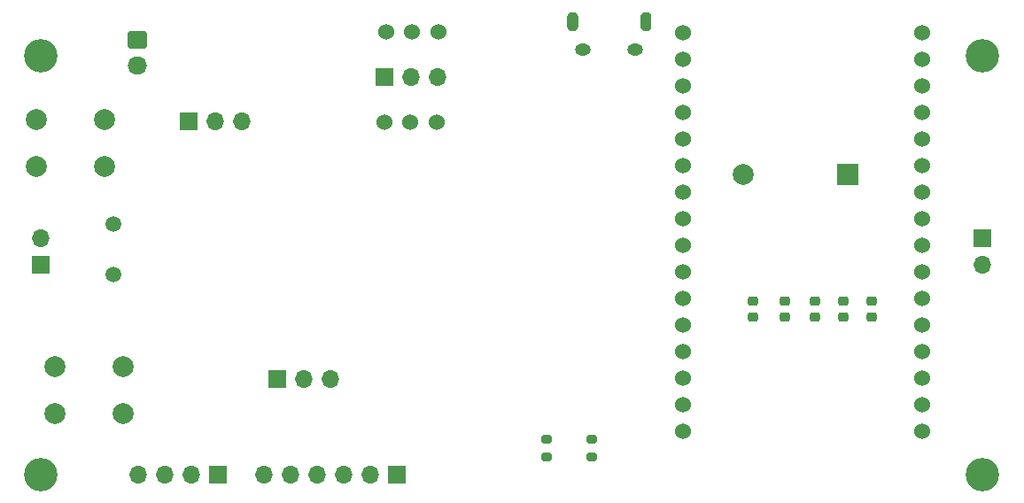
<source format=gbs>
%TF.GenerationSoftware,KiCad,Pcbnew,8.0.5*%
%TF.CreationDate,2024-12-24T01:11:55+09:00*%
%TF.ProjectId,Balancing_robot,42616c61-6e63-4696-9e67-5f726f626f74,rev?*%
%TF.SameCoordinates,Original*%
%TF.FileFunction,Soldermask,Bot*%
%TF.FilePolarity,Negative*%
%FSLAX46Y46*%
G04 Gerber Fmt 4.6, Leading zero omitted, Abs format (unit mm)*
G04 Created by KiCad (PCBNEW 8.0.5) date 2024-12-24 01:11:55*
%MOMM*%
%LPD*%
G01*
G04 APERTURE LIST*
G04 Aperture macros list*
%AMRoundRect*
0 Rectangle with rounded corners*
0 $1 Rounding radius*
0 $2 $3 $4 $5 $6 $7 $8 $9 X,Y pos of 4 corners*
0 Add a 4 corners polygon primitive as box body*
4,1,4,$2,$3,$4,$5,$6,$7,$8,$9,$2,$3,0*
0 Add four circle primitives for the rounded corners*
1,1,$1+$1,$2,$3*
1,1,$1+$1,$4,$5*
1,1,$1+$1,$6,$7*
1,1,$1+$1,$8,$9*
0 Add four rect primitives between the rounded corners*
20,1,$1+$1,$2,$3,$4,$5,0*
20,1,$1+$1,$4,$5,$6,$7,0*
20,1,$1+$1,$6,$7,$8,$9,0*
20,1,$1+$1,$8,$9,$2,$3,0*%
G04 Aperture macros list end*
%ADD10C,0.010000*%
%ADD11C,1.524000*%
%ADD12O,1.504000X1.154000*%
%ADD13C,3.200000*%
%ADD14C,2.000000*%
%ADD15R,1.700000X1.700000*%
%ADD16O,1.700000X1.700000*%
%ADD17RoundRect,0.250000X-0.675000X0.600000X-0.675000X-0.600000X0.675000X-0.600000X0.675000X0.600000X0*%
%ADD18O,1.850000X1.700000*%
%ADD19C,1.500000*%
%ADD20R,2.000000X2.000000*%
%ADD21RoundRect,0.225000X-0.250000X0.225000X-0.250000X-0.225000X0.250000X-0.225000X0.250000X0.225000X0*%
%ADD22RoundRect,0.200000X-0.275000X0.200000X-0.275000X-0.200000X0.275000X-0.200000X0.275000X0.200000X0*%
%ADD23RoundRect,0.200000X0.275000X-0.200000X0.275000X0.200000X-0.275000X0.200000X-0.275000X-0.200000X0*%
G04 APERTURE END LIST*
D10*
%TO.C,J4*%
X118728600Y-58960200D02*
X118753600Y-58962200D01*
X118778600Y-58965200D01*
X118803600Y-58970200D01*
X118828600Y-58976200D01*
X118853600Y-58983200D01*
X118877600Y-58991200D01*
X118900600Y-59001200D01*
X118923600Y-59012200D01*
X118946600Y-59024200D01*
X118968600Y-59038200D01*
X118989600Y-59052200D01*
X119009600Y-59068200D01*
X119028600Y-59084200D01*
X119047600Y-59102200D01*
X119064600Y-59120200D01*
X119081600Y-59140200D01*
X119096600Y-59160200D01*
X119111600Y-59181200D01*
X119124600Y-59203200D01*
X119136600Y-59225200D01*
X119147600Y-59248200D01*
X119157600Y-59272200D01*
X119166600Y-59296200D01*
X119173600Y-59320200D01*
X119179600Y-59345200D01*
X119183600Y-59370200D01*
X119187600Y-59396200D01*
X119189600Y-59421200D01*
X119189600Y-59446200D01*
X119189600Y-60222200D01*
X119189600Y-60247200D01*
X119187600Y-60272200D01*
X119183600Y-60298200D01*
X119179600Y-60323200D01*
X119173600Y-60348200D01*
X119166600Y-60372200D01*
X119157600Y-60396200D01*
X119147600Y-60420200D01*
X119136600Y-60443200D01*
X119124600Y-60465200D01*
X119111600Y-60487200D01*
X119096600Y-60508200D01*
X119081600Y-60528200D01*
X119064600Y-60548200D01*
X119047600Y-60566200D01*
X119028600Y-60584200D01*
X119009600Y-60600200D01*
X118989600Y-60616200D01*
X118968600Y-60630200D01*
X118946600Y-60644200D01*
X118923600Y-60656200D01*
X118900600Y-60667200D01*
X118877600Y-60677200D01*
X118853600Y-60685200D01*
X118828600Y-60692200D01*
X118803600Y-60698200D01*
X118778600Y-60703200D01*
X118753600Y-60706200D01*
X118728600Y-60708200D01*
X118702600Y-60709200D01*
X118676600Y-60708200D01*
X118651600Y-60706200D01*
X118626600Y-60703200D01*
X118601600Y-60698200D01*
X118576600Y-60692200D01*
X118551600Y-60685200D01*
X118527600Y-60677200D01*
X118504600Y-60667200D01*
X118481600Y-60656200D01*
X118458600Y-60644200D01*
X118436600Y-60630200D01*
X118415600Y-60616200D01*
X118395600Y-60600200D01*
X118376600Y-60584200D01*
X118357600Y-60566200D01*
X118340600Y-60548200D01*
X118323600Y-60528200D01*
X118308600Y-60508200D01*
X118293600Y-60487200D01*
X118280600Y-60465200D01*
X118268600Y-60443200D01*
X118257600Y-60420200D01*
X118247600Y-60396200D01*
X118238600Y-60372200D01*
X118231600Y-60348200D01*
X118225600Y-60323200D01*
X118221600Y-60298200D01*
X118217600Y-60272200D01*
X118215600Y-60247200D01*
X118215600Y-60222200D01*
X118215100Y-60221700D01*
X118215600Y-59446200D01*
X118215600Y-59421200D01*
X118217600Y-59396200D01*
X118221600Y-59370200D01*
X118225600Y-59345200D01*
X118231600Y-59320200D01*
X118238600Y-59296200D01*
X118247600Y-59272200D01*
X118257600Y-59248200D01*
X118268600Y-59225200D01*
X118280600Y-59203200D01*
X118293600Y-59181200D01*
X118308600Y-59160200D01*
X118323600Y-59140200D01*
X118340600Y-59120200D01*
X118357600Y-59102200D01*
X118376600Y-59084200D01*
X118395600Y-59068200D01*
X118415600Y-59052200D01*
X118436600Y-59038200D01*
X118458600Y-59024200D01*
X118481600Y-59012200D01*
X118504600Y-59001200D01*
X118527600Y-58991200D01*
X118551600Y-58983200D01*
X118576600Y-58976200D01*
X118601600Y-58970200D01*
X118626600Y-58965200D01*
X118651600Y-58962200D01*
X118676600Y-58960200D01*
X118702600Y-58959200D01*
X118728600Y-58960200D01*
G36*
X118728600Y-58960200D02*
G01*
X118753600Y-58962200D01*
X118778600Y-58965200D01*
X118803600Y-58970200D01*
X118828600Y-58976200D01*
X118853600Y-58983200D01*
X118877600Y-58991200D01*
X118900600Y-59001200D01*
X118923600Y-59012200D01*
X118946600Y-59024200D01*
X118968600Y-59038200D01*
X118989600Y-59052200D01*
X119009600Y-59068200D01*
X119028600Y-59084200D01*
X119047600Y-59102200D01*
X119064600Y-59120200D01*
X119081600Y-59140200D01*
X119096600Y-59160200D01*
X119111600Y-59181200D01*
X119124600Y-59203200D01*
X119136600Y-59225200D01*
X119147600Y-59248200D01*
X119157600Y-59272200D01*
X119166600Y-59296200D01*
X119173600Y-59320200D01*
X119179600Y-59345200D01*
X119183600Y-59370200D01*
X119187600Y-59396200D01*
X119189600Y-59421200D01*
X119189600Y-59446200D01*
X119189600Y-60222200D01*
X119189600Y-60247200D01*
X119187600Y-60272200D01*
X119183600Y-60298200D01*
X119179600Y-60323200D01*
X119173600Y-60348200D01*
X119166600Y-60372200D01*
X119157600Y-60396200D01*
X119147600Y-60420200D01*
X119136600Y-60443200D01*
X119124600Y-60465200D01*
X119111600Y-60487200D01*
X119096600Y-60508200D01*
X119081600Y-60528200D01*
X119064600Y-60548200D01*
X119047600Y-60566200D01*
X119028600Y-60584200D01*
X119009600Y-60600200D01*
X118989600Y-60616200D01*
X118968600Y-60630200D01*
X118946600Y-60644200D01*
X118923600Y-60656200D01*
X118900600Y-60667200D01*
X118877600Y-60677200D01*
X118853600Y-60685200D01*
X118828600Y-60692200D01*
X118803600Y-60698200D01*
X118778600Y-60703200D01*
X118753600Y-60706200D01*
X118728600Y-60708200D01*
X118702600Y-60709200D01*
X118676600Y-60708200D01*
X118651600Y-60706200D01*
X118626600Y-60703200D01*
X118601600Y-60698200D01*
X118576600Y-60692200D01*
X118551600Y-60685200D01*
X118527600Y-60677200D01*
X118504600Y-60667200D01*
X118481600Y-60656200D01*
X118458600Y-60644200D01*
X118436600Y-60630200D01*
X118415600Y-60616200D01*
X118395600Y-60600200D01*
X118376600Y-60584200D01*
X118357600Y-60566200D01*
X118340600Y-60548200D01*
X118323600Y-60528200D01*
X118308600Y-60508200D01*
X118293600Y-60487200D01*
X118280600Y-60465200D01*
X118268600Y-60443200D01*
X118257600Y-60420200D01*
X118247600Y-60396200D01*
X118238600Y-60372200D01*
X118231600Y-60348200D01*
X118225600Y-60323200D01*
X118221600Y-60298200D01*
X118217600Y-60272200D01*
X118215600Y-60247200D01*
X118215600Y-60222200D01*
X118215100Y-60221700D01*
X118215600Y-59446200D01*
X118215600Y-59421200D01*
X118217600Y-59396200D01*
X118221600Y-59370200D01*
X118225600Y-59345200D01*
X118231600Y-59320200D01*
X118238600Y-59296200D01*
X118247600Y-59272200D01*
X118257600Y-59248200D01*
X118268600Y-59225200D01*
X118280600Y-59203200D01*
X118293600Y-59181200D01*
X118308600Y-59160200D01*
X118323600Y-59140200D01*
X118340600Y-59120200D01*
X118357600Y-59102200D01*
X118376600Y-59084200D01*
X118395600Y-59068200D01*
X118415600Y-59052200D01*
X118436600Y-59038200D01*
X118458600Y-59024200D01*
X118481600Y-59012200D01*
X118504600Y-59001200D01*
X118527600Y-58991200D01*
X118551600Y-58983200D01*
X118576600Y-58976200D01*
X118601600Y-58970200D01*
X118626600Y-58965200D01*
X118651600Y-58962200D01*
X118676600Y-58960200D01*
X118702600Y-58959200D01*
X118728600Y-58960200D01*
G37*
X125728600Y-58960200D02*
X125753600Y-58962200D01*
X125778600Y-58965200D01*
X125803600Y-58970200D01*
X125828600Y-58976200D01*
X125853600Y-58983200D01*
X125877600Y-58991200D01*
X125900600Y-59001200D01*
X125923600Y-59012200D01*
X125946600Y-59024200D01*
X125968600Y-59038200D01*
X125989600Y-59052200D01*
X126009600Y-59068200D01*
X126028600Y-59084200D01*
X126047600Y-59102200D01*
X126064600Y-59120200D01*
X126081600Y-59140200D01*
X126096600Y-59160200D01*
X126111600Y-59181200D01*
X126124600Y-59203200D01*
X126136600Y-59225200D01*
X126147600Y-59248200D01*
X126157600Y-59272200D01*
X126166600Y-59296200D01*
X126173600Y-59320200D01*
X126179600Y-59345200D01*
X126183600Y-59370200D01*
X126187600Y-59396200D01*
X126189600Y-59421200D01*
X126189600Y-59446200D01*
X126189600Y-60222200D01*
X126189600Y-60247200D01*
X126187600Y-60272200D01*
X126183600Y-60298200D01*
X126179600Y-60323200D01*
X126173600Y-60348200D01*
X126166600Y-60372200D01*
X126157600Y-60396200D01*
X126147600Y-60420200D01*
X126136600Y-60443200D01*
X126124600Y-60465200D01*
X126111600Y-60487200D01*
X126096600Y-60508200D01*
X126081600Y-60528200D01*
X126064600Y-60548200D01*
X126047600Y-60566200D01*
X126028600Y-60584200D01*
X126009600Y-60600200D01*
X125989600Y-60616200D01*
X125968600Y-60630200D01*
X125946600Y-60644200D01*
X125923600Y-60656200D01*
X125900600Y-60667200D01*
X125877600Y-60677200D01*
X125853600Y-60685200D01*
X125828600Y-60692200D01*
X125803600Y-60698200D01*
X125778600Y-60703200D01*
X125753600Y-60706200D01*
X125728600Y-60708200D01*
X125702600Y-60709200D01*
X125676600Y-60708200D01*
X125651600Y-60706200D01*
X125626600Y-60703200D01*
X125601600Y-60698200D01*
X125576600Y-60692200D01*
X125551600Y-60685200D01*
X125527600Y-60677200D01*
X125504600Y-60667200D01*
X125481600Y-60656200D01*
X125458600Y-60644200D01*
X125436600Y-60630200D01*
X125415600Y-60616200D01*
X125395600Y-60600200D01*
X125376600Y-60584200D01*
X125357600Y-60566200D01*
X125340600Y-60548200D01*
X125323600Y-60528200D01*
X125308600Y-60508200D01*
X125293600Y-60487200D01*
X125280600Y-60465200D01*
X125268600Y-60443200D01*
X125257600Y-60420200D01*
X125247600Y-60396200D01*
X125238600Y-60372200D01*
X125231600Y-60348200D01*
X125225600Y-60323200D01*
X125221600Y-60298200D01*
X125217600Y-60272200D01*
X125215600Y-60247200D01*
X125215600Y-60222200D01*
X125215100Y-60221700D01*
X125215600Y-59446200D01*
X125215600Y-59421200D01*
X125217600Y-59396200D01*
X125221600Y-59370200D01*
X125225600Y-59345200D01*
X125231600Y-59320200D01*
X125238600Y-59296200D01*
X125247600Y-59272200D01*
X125257600Y-59248200D01*
X125268600Y-59225200D01*
X125280600Y-59203200D01*
X125293600Y-59181200D01*
X125308600Y-59160200D01*
X125323600Y-59140200D01*
X125340600Y-59120200D01*
X125357600Y-59102200D01*
X125376600Y-59084200D01*
X125395600Y-59068200D01*
X125415600Y-59052200D01*
X125436600Y-59038200D01*
X125458600Y-59024200D01*
X125481600Y-59012200D01*
X125504600Y-59001200D01*
X125527600Y-58991200D01*
X125551600Y-58983200D01*
X125576600Y-58976200D01*
X125601600Y-58970200D01*
X125626600Y-58965200D01*
X125651600Y-58962200D01*
X125676600Y-58960200D01*
X125702600Y-58959200D01*
X125728600Y-58960200D01*
G36*
X125728600Y-58960200D02*
G01*
X125753600Y-58962200D01*
X125778600Y-58965200D01*
X125803600Y-58970200D01*
X125828600Y-58976200D01*
X125853600Y-58983200D01*
X125877600Y-58991200D01*
X125900600Y-59001200D01*
X125923600Y-59012200D01*
X125946600Y-59024200D01*
X125968600Y-59038200D01*
X125989600Y-59052200D01*
X126009600Y-59068200D01*
X126028600Y-59084200D01*
X126047600Y-59102200D01*
X126064600Y-59120200D01*
X126081600Y-59140200D01*
X126096600Y-59160200D01*
X126111600Y-59181200D01*
X126124600Y-59203200D01*
X126136600Y-59225200D01*
X126147600Y-59248200D01*
X126157600Y-59272200D01*
X126166600Y-59296200D01*
X126173600Y-59320200D01*
X126179600Y-59345200D01*
X126183600Y-59370200D01*
X126187600Y-59396200D01*
X126189600Y-59421200D01*
X126189600Y-59446200D01*
X126189600Y-60222200D01*
X126189600Y-60247200D01*
X126187600Y-60272200D01*
X126183600Y-60298200D01*
X126179600Y-60323200D01*
X126173600Y-60348200D01*
X126166600Y-60372200D01*
X126157600Y-60396200D01*
X126147600Y-60420200D01*
X126136600Y-60443200D01*
X126124600Y-60465200D01*
X126111600Y-60487200D01*
X126096600Y-60508200D01*
X126081600Y-60528200D01*
X126064600Y-60548200D01*
X126047600Y-60566200D01*
X126028600Y-60584200D01*
X126009600Y-60600200D01*
X125989600Y-60616200D01*
X125968600Y-60630200D01*
X125946600Y-60644200D01*
X125923600Y-60656200D01*
X125900600Y-60667200D01*
X125877600Y-60677200D01*
X125853600Y-60685200D01*
X125828600Y-60692200D01*
X125803600Y-60698200D01*
X125778600Y-60703200D01*
X125753600Y-60706200D01*
X125728600Y-60708200D01*
X125702600Y-60709200D01*
X125676600Y-60708200D01*
X125651600Y-60706200D01*
X125626600Y-60703200D01*
X125601600Y-60698200D01*
X125576600Y-60692200D01*
X125551600Y-60685200D01*
X125527600Y-60677200D01*
X125504600Y-60667200D01*
X125481600Y-60656200D01*
X125458600Y-60644200D01*
X125436600Y-60630200D01*
X125415600Y-60616200D01*
X125395600Y-60600200D01*
X125376600Y-60584200D01*
X125357600Y-60566200D01*
X125340600Y-60548200D01*
X125323600Y-60528200D01*
X125308600Y-60508200D01*
X125293600Y-60487200D01*
X125280600Y-60465200D01*
X125268600Y-60443200D01*
X125257600Y-60420200D01*
X125247600Y-60396200D01*
X125238600Y-60372200D01*
X125231600Y-60348200D01*
X125225600Y-60323200D01*
X125221600Y-60298200D01*
X125217600Y-60272200D01*
X125215600Y-60247200D01*
X125215600Y-60222200D01*
X125215100Y-60221700D01*
X125215600Y-59446200D01*
X125215600Y-59421200D01*
X125217600Y-59396200D01*
X125221600Y-59370200D01*
X125225600Y-59345200D01*
X125231600Y-59320200D01*
X125238600Y-59296200D01*
X125247600Y-59272200D01*
X125257600Y-59248200D01*
X125268600Y-59225200D01*
X125280600Y-59203200D01*
X125293600Y-59181200D01*
X125308600Y-59160200D01*
X125323600Y-59140200D01*
X125340600Y-59120200D01*
X125357600Y-59102200D01*
X125376600Y-59084200D01*
X125395600Y-59068200D01*
X125415600Y-59052200D01*
X125436600Y-59038200D01*
X125458600Y-59024200D01*
X125481600Y-59012200D01*
X125504600Y-59001200D01*
X125527600Y-58991200D01*
X125551600Y-58983200D01*
X125576600Y-58976200D01*
X125601600Y-58970200D01*
X125626600Y-58965200D01*
X125651600Y-58962200D01*
X125676600Y-58960200D01*
X125702600Y-58959200D01*
X125728600Y-58960200D01*
G37*
%TD*%
D11*
%TO.C,J7*%
X100895000Y-60835000D03*
X103395000Y-60835000D03*
X105895000Y-60835000D03*
%TD*%
D12*
%TO.C,J4*%
X124702600Y-62534200D03*
X119702600Y-62534200D03*
%TD*%
D13*
%TO.C,H1*%
X67935000Y-63145000D03*
%TD*%
D14*
%TO.C,SW3*%
X75745000Y-97315000D03*
X69245000Y-97315000D03*
X75745000Y-92815000D03*
X69245000Y-92815000D03*
%TD*%
D15*
%TO.C,J9*%
X82040000Y-69415000D03*
D16*
X84580000Y-69415000D03*
X87120000Y-69415000D03*
%TD*%
D17*
%TO.C,J5*%
X77105000Y-61575000D03*
D18*
X77105000Y-64075000D03*
%TD*%
D15*
%TO.C,J8*%
X90465000Y-94045000D03*
D16*
X93005000Y-94045000D03*
X95545000Y-94045000D03*
%TD*%
D15*
%TO.C,M2*%
X157935000Y-80595000D03*
D16*
X157935000Y-83135000D03*
%TD*%
D13*
%TO.C,H2*%
X157935000Y-103145000D03*
%TD*%
D15*
%TO.C,J14*%
X84825000Y-103145000D03*
D16*
X82285000Y-103145000D03*
X79745000Y-103145000D03*
X77205000Y-103145000D03*
%TD*%
D15*
%TO.C,J10*%
X101975000Y-103145000D03*
D16*
X99435000Y-103145000D03*
X96895000Y-103145000D03*
X94355000Y-103145000D03*
X91815000Y-103145000D03*
X89275000Y-103145000D03*
%TD*%
D11*
%TO.C,U3*%
X152139800Y-91395800D03*
X152139800Y-93935800D03*
X129279800Y-60915800D03*
X152139800Y-88855800D03*
X152139800Y-81235800D03*
X129279800Y-88855800D03*
X129279800Y-91395800D03*
X129279800Y-86315800D03*
X152139800Y-96475800D03*
X152139800Y-86315800D03*
X152139800Y-83775800D03*
X152139800Y-78695800D03*
X152139800Y-76155800D03*
X152139800Y-73615800D03*
X152139800Y-65995800D03*
X152139800Y-63455800D03*
X129279800Y-78695800D03*
X129279800Y-81235800D03*
X129279800Y-83775800D03*
X129279800Y-73615800D03*
X129279800Y-76155800D03*
X129279800Y-71075800D03*
X129279800Y-99015800D03*
X129279800Y-93935800D03*
X152139800Y-60915800D03*
X152139800Y-99015800D03*
X129279800Y-63455800D03*
X152139800Y-71075800D03*
X152139800Y-68535800D03*
X129279800Y-96475800D03*
X129279800Y-68535800D03*
X129279800Y-65995800D03*
%TD*%
D13*
%TO.C,H3*%
X157935000Y-63145000D03*
%TD*%
D14*
%TO.C,SW2*%
X67465000Y-69225000D03*
X73965000Y-69225000D03*
X67465000Y-73725000D03*
X73965000Y-73725000D03*
%TD*%
D15*
%TO.C,M1*%
X67935000Y-83145000D03*
D16*
X67935000Y-80605000D03*
%TD*%
D13*
%TO.C,H4*%
X67935000Y-103145000D03*
%TD*%
D19*
%TO.C,Y1*%
X74822200Y-79189000D03*
X74822200Y-84069000D03*
%TD*%
D11*
%TO.C,J1*%
X100725000Y-69515000D03*
X103225000Y-69515000D03*
X105725000Y-69515000D03*
%TD*%
D15*
%TO.C,J6*%
X100715200Y-65145000D03*
D16*
X103255200Y-65145000D03*
X105795200Y-65145000D03*
%TD*%
D20*
%TO.C,BZ2*%
X145055000Y-74455000D03*
D14*
X135055000Y-74455000D03*
%TD*%
D21*
%TO.C,C12*%
X136005000Y-86575000D03*
X136005000Y-88125000D03*
%TD*%
D22*
%TO.C,R3*%
X116224200Y-99801600D03*
X116224200Y-101451600D03*
%TD*%
D21*
%TO.C,C6*%
X139055000Y-86575000D03*
X139055000Y-88125000D03*
%TD*%
D23*
%TO.C,R8*%
X120593000Y-101451600D03*
X120593000Y-99801600D03*
%TD*%
D21*
%TO.C,C10*%
X147315000Y-86590000D03*
X147315000Y-88140000D03*
%TD*%
%TO.C,C8*%
X144625000Y-86590000D03*
X144625000Y-88140000D03*
%TD*%
%TO.C,C7*%
X141875000Y-86575000D03*
X141875000Y-88125000D03*
%TD*%
M02*

</source>
